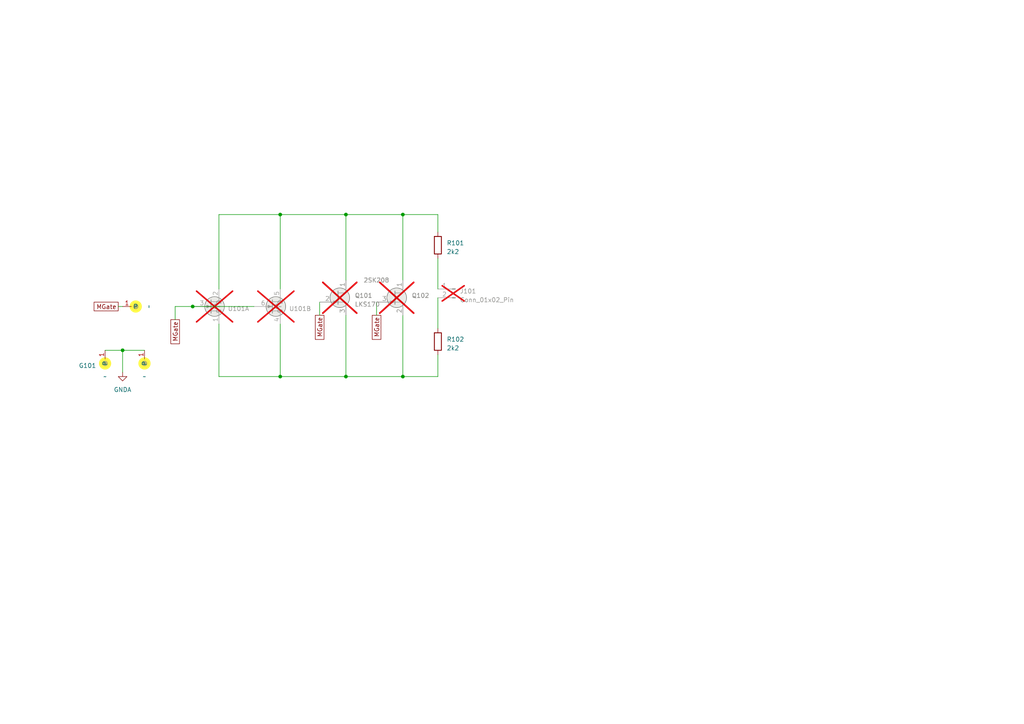
<source format=kicad_sch>
(kicad_sch (version 20230121) (generator eeschema)

  (uuid 58ebe9db-660a-4c45-b616-c187afc2c66e)

  (paper "A4")

  (lib_symbols
    (symbol "Connector:Conn_01x02_Pin" (pin_names (offset 1.016) hide) (in_bom yes) (on_board yes)
      (property "Reference" "J" (at 0 2.54 0)
        (effects (font (size 1.27 1.27)))
      )
      (property "Value" "Conn_01x02_Pin" (at 0 -5.08 0)
        (effects (font (size 1.27 1.27)))
      )
      (property "Footprint" "" (at 0 0 0)
        (effects (font (size 1.27 1.27)) hide)
      )
      (property "Datasheet" "~" (at 0 0 0)
        (effects (font (size 1.27 1.27)) hide)
      )
      (property "ki_locked" "" (at 0 0 0)
        (effects (font (size 1.27 1.27)))
      )
      (property "ki_keywords" "connector" (at 0 0 0)
        (effects (font (size 1.27 1.27)) hide)
      )
      (property "ki_description" "Generic connector, single row, 01x02, script generated" (at 0 0 0)
        (effects (font (size 1.27 1.27)) hide)
      )
      (property "ki_fp_filters" "Connector*:*_1x??_*" (at 0 0 0)
        (effects (font (size 1.27 1.27)) hide)
      )
      (symbol "Conn_01x02_Pin_1_1"
        (polyline
          (pts
            (xy 1.27 -2.54)
            (xy 0.8636 -2.54)
          )
          (stroke (width 0.1524) (type default))
          (fill (type none))
        )
        (polyline
          (pts
            (xy 1.27 0)
            (xy 0.8636 0)
          )
          (stroke (width 0.1524) (type default))
          (fill (type none))
        )
        (rectangle (start 0.8636 -2.413) (end 0 -2.667)
          (stroke (width 0.1524) (type default))
          (fill (type outline))
        )
        (rectangle (start 0.8636 0.127) (end 0 -0.127)
          (stroke (width 0.1524) (type default))
          (fill (type outline))
        )
        (pin passive line (at 5.08 0 180) (length 3.81)
          (name "Pin_1" (effects (font (size 1.27 1.27))))
          (number "1" (effects (font (size 1.27 1.27))))
        )
        (pin passive line (at 5.08 -2.54 180) (length 3.81)
          (name "Pin_2" (effects (font (size 1.27 1.27))))
          (number "2" (effects (font (size 1.27 1.27))))
        )
      )
    )
    (symbol "Connector:Through_Hole_Pad" (in_bom yes) (on_board yes)
      (property "Reference" "Pad" (at 0 -3.81 0)
        (effects (font (size 1.27 1.27)))
      )
      (property "Value" "" (at 0 -3.81 0)
        (effects (font (size 1.27 1.27)))
      )
      (property "Footprint" "" (at 0 -3.81 0)
        (effects (font (size 1.27 1.27)) hide)
      )
      (property "Datasheet" "" (at 0 -3.81 0)
        (effects (font (size 1.27 1.27)) hide)
      )
      (symbol "Through_Hole_Pad_0_1"
        (circle (center 0 0) (radius 1.27)
          (stroke (width 1) (type default) (color 255 246 68 0.54))
          (fill (type color) (color 132 130 3 0.59))
        )
        (circle (center 0 1.27) (radius 0.0001)
          (stroke (width 0) (type default))
          (fill (type none))
        )
      )
      (symbol "Through_Hole_Pad_1_1"
        (pin passive line (at 0 3.81 270) (length 2.54)
          (name "P" (effects (font (size 1.27 1.27))))
          (number "1" (effects (font (size 1.27 1.27))))
          (alternate "Vcc" power_in line)
        )
      )
    )
    (symbol "Device:R" (pin_numbers hide) (pin_names (offset 0)) (in_bom yes) (on_board yes)
      (property "Reference" "R" (at 2.032 0 90)
        (effects (font (size 1.27 1.27)))
      )
      (property "Value" "R" (at 0 0 90)
        (effects (font (size 1.27 1.27)))
      )
      (property "Footprint" "" (at -1.778 0 90)
        (effects (font (size 1.27 1.27)) hide)
      )
      (property "Datasheet" "~" (at 0 0 0)
        (effects (font (size 1.27 1.27)) hide)
      )
      (property "ki_keywords" "R res resistor" (at 0 0 0)
        (effects (font (size 1.27 1.27)) hide)
      )
      (property "ki_description" "Resistor" (at 0 0 0)
        (effects (font (size 1.27 1.27)) hide)
      )
      (property "ki_fp_filters" "R_*" (at 0 0 0)
        (effects (font (size 1.27 1.27)) hide)
      )
      (symbol "R_0_1"
        (rectangle (start -1.016 -2.54) (end 1.016 2.54)
          (stroke (width 0.254) (type default))
          (fill (type none))
        )
      )
      (symbol "R_1_1"
        (pin passive line (at 0 3.81 270) (length 1.27)
          (name "~" (effects (font (size 1.27 1.27))))
          (number "1" (effects (font (size 1.27 1.27))))
        )
        (pin passive line (at 0 -3.81 90) (length 1.27)
          (name "~" (effects (font (size 1.27 1.27))))
          (number "2" (effects (font (size 1.27 1.27))))
        )
      )
    )
    (symbol "PCM_4ms_Power-symbol:GNDA" (power) (pin_numbers hide) (pin_names (offset 0) hide) (in_bom yes) (on_board yes)
      (property "Reference" "#PWR" (at 0 -6.35 0)
        (effects (font (size 1.27 1.27)) hide)
      )
      (property "Value" "GNDA" (at 0 -3.81 0)
        (effects (font (size 1.27 1.27)))
      )
      (property "Footprint" "" (at 0 0 0)
        (effects (font (size 1.27 1.27)) hide)
      )
      (property "Datasheet" "" (at 0 0 0)
        (effects (font (size 1.27 1.27)) hide)
      )
      (property "ki_keywords" "Power Flag Symbol" (at 0 0 0)
        (effects (font (size 1.27 1.27)) hide)
      )
      (property "ki_description" "(analog) ground power-flag symbol" (at 0 0 0)
        (effects (font (size 1.27 1.27)) hide)
      )
      (symbol "GNDA_0_1"
        (polyline
          (pts
            (xy 0 0)
            (xy 0 -1.27)
            (xy 1.27 -1.27)
            (xy 0 -2.54)
            (xy -1.27 -1.27)
            (xy 0 -1.27)
          )
          (stroke (width 0) (type default))
          (fill (type none))
        )
      )
      (symbol "GNDA_1_1"
        (pin power_in line (at 0 0 270) (length 0) hide
          (name "GNDA" (effects (font (size 1.27 1.27))))
          (number "1" (effects (font (size 1.27 1.27))))
        )
      )
    )
    (symbol "PCM_Transistor_JFET_AKL:2SK208" (pin_names hide) (in_bom yes) (on_board yes)
      (property "Reference" "Q" (at 5.08 1.27 0)
        (effects (font (size 1.27 1.27)) (justify left))
      )
      (property "Value" "2SK208" (at 5.08 -1.27 0)
        (effects (font (size 1.27 1.27)) (justify left))
      )
      (property "Footprint" "Package_TO_SOT_SMD_AKL:SC-59" (at 5.08 2.54 0)
        (effects (font (size 1.27 1.27)) hide)
      )
      (property "Datasheet" "https://www.tme.eu/Document/e2c22150b27da4a886781830db8e724d/2SK208.pdf" (at 0 -1.27 0)
        (effects (font (size 1.27 1.27)) hide)
      )
      (property "ki_keywords" "jfet njfet n-jfet 2SK208" (at 0 0 0)
        (effects (font (size 1.27 1.27)) hide)
      )
      (property "ki_description" "SC-59 N-JFET transistor, 50V, 0.3mA, 100mW, Alternate KiCAD Library" (at 0 0 0)
        (effects (font (size 1.27 1.27)) hide)
      )
      (symbol "2SK208_0_1"
        (polyline
          (pts
            (xy -0.127 -1.27)
            (xy 0.381 -1.27)
          )
          (stroke (width 0) (type default))
          (fill (type none))
        )
        (polyline
          (pts
            (xy 0.254 1.905)
            (xy 0.254 -1.905)
            (xy 0.254 -1.905)
          )
          (stroke (width 0.254) (type default))
          (fill (type none))
        )
        (polyline
          (pts
            (xy 2.54 -2.54)
            (xy 2.54 -1.27)
            (xy 0.254 -1.27)
          )
          (stroke (width 0) (type default))
          (fill (type none))
        )
        (polyline
          (pts
            (xy 2.54 2.54)
            (xy 2.54 1.397)
            (xy 0.254 1.397)
          )
          (stroke (width 0) (type default))
          (fill (type none))
        )
        (polyline
          (pts
            (xy 0 -1.27)
            (xy -1.016 -0.889)
            (xy -1.016 -1.651)
            (xy 0 -1.27)
          )
          (stroke (width 0) (type default))
          (fill (type outline))
        )
        (circle (center 0.762 0) (radius 2.8194)
          (stroke (width 0.254) (type default))
          (fill (type background))
        )
      )
      (symbol "2SK208_1_1"
        (pin passive line (at 2.54 5.08 270) (length 2.54)
          (name "D" (effects (font (size 1.27 1.27))))
          (number "1" (effects (font (size 1.27 1.27))))
        )
        (pin passive line (at 2.54 -5.08 90) (length 2.54)
          (name "S" (effects (font (size 1.27 1.27))))
          (number "2" (effects (font (size 1.27 1.27))))
        )
        (pin input line (at -5.08 -1.27 0) (length 4.4958)
          (name "G" (effects (font (size 1.27 1.27))))
          (number "3" (effects (font (size 1.27 1.27))))
        )
      )
    )
    (symbol "PCM_Transistor_JFET_AKL:Q_NJFET_generic_DGS" (pin_names hide) (in_bom yes) (on_board yes)
      (property "Reference" "Q" (at 5.08 1.27 0)
        (effects (font (size 1.27 1.27)) (justify left))
      )
      (property "Value" "Q_NJFET_generic_DGS" (at 5.08 -1.27 0)
        (effects (font (size 1.27 1.27)) (justify left))
      )
      (property "Footprint" "" (at 5.08 2.54 0)
        (effects (font (size 1.27 1.27)) hide)
      )
      (property "Datasheet" "~" (at 0 -1.27 0)
        (effects (font (size 1.27 1.27)) hide)
      )
      (property "ki_keywords" "jfet njfet n-jfet generic generic" (at 0 0 0)
        (effects (font (size 1.27 1.27)) hide)
      )
      (property "ki_description" "N-JFET transistor, generic symbol, Alternate KiCAD Library" (at 0 0 0)
        (effects (font (size 1.27 1.27)) hide)
      )
      (symbol "Q_NJFET_generic_DGS_0_1"
        (polyline
          (pts
            (xy -0.127 -1.27)
            (xy 0.508 -1.27)
          )
          (stroke (width 0) (type default))
          (fill (type none))
        )
        (polyline
          (pts
            (xy 0.254 1.905)
            (xy 0.254 -1.905)
            (xy 0.254 -1.905)
          )
          (stroke (width 0.254) (type default))
          (fill (type none))
        )
        (polyline
          (pts
            (xy 2.54 -2.54)
            (xy 2.54 -1.27)
            (xy 0.254 -1.27)
          )
          (stroke (width 0) (type default))
          (fill (type none))
        )
        (polyline
          (pts
            (xy 2.54 2.54)
            (xy 2.54 1.397)
            (xy 0.254 1.397)
          )
          (stroke (width 0) (type default))
          (fill (type none))
        )
        (polyline
          (pts
            (xy 0 -1.27)
            (xy -1.016 -0.889)
            (xy -1.016 -1.651)
            (xy 0 -1.27)
          )
          (stroke (width 0) (type default))
          (fill (type outline))
        )
        (circle (center 0.762 0) (radius 2.8194)
          (stroke (width 0.254) (type default))
          (fill (type background))
        )
      )
      (symbol "Q_NJFET_generic_DGS_1_1"
        (pin passive line (at 2.54 5.08 270) (length 2.54)
          (name "D" (effects (font (size 1.27 1.27))))
          (number "1" (effects (font (size 1.27 1.27))))
        )
        (pin input line (at -5.08 -1.27 0) (length 4.4958)
          (name "G" (effects (font (size 1.27 1.27))))
          (number "2" (effects (font (size 1.27 1.27))))
        )
        (pin passive line (at 2.54 -5.08 90) (length 2.54)
          (name "S" (effects (font (size 1.27 1.27))))
          (number "3" (effects (font (size 1.27 1.27))))
        )
      )
    )
    (symbol "trannie-array:LS398M" (in_bom yes) (on_board yes)
      (property "Reference" "U" (at 0 0 0)
        (effects (font (size 1.27 1.27)))
      )
      (property "Value" "" (at 0 0 0)
        (effects (font (size 1.27 1.27)))
      )
      (property "Footprint" "Trannies:to71" (at 0 0 0)
        (effects (font (size 1.27 1.27)) hide)
      )
      (property "Datasheet" "" (at 0 0 0)
        (effects (font (size 1.27 1.27)) hide)
      )
      (property "ki_locked" "" (at 0 0 0)
        (effects (font (size 1.27 1.27)))
      )
      (symbol "LS398M_0_1"
        (circle (center -1.27 0) (radius 2.8194)
          (stroke (width 0.254) (type default))
          (fill (type background))
        )
        (polyline
          (pts
            (xy -2.286 1.905)
            (xy -2.286 -1.905)
            (xy -2.286 -1.905)
          )
          (stroke (width 0.254) (type default))
          (fill (type none))
        )
        (polyline
          (pts
            (xy 0 -2.54)
            (xy 0 -1.27)
            (xy -2.286 -1.27)
          )
          (stroke (width 0) (type default))
          (fill (type none))
        )
        (polyline
          (pts
            (xy 0 2.54)
            (xy 0 1.397)
            (xy -2.286 1.397)
          )
          (stroke (width 0) (type default))
          (fill (type none))
        )
        (polyline
          (pts
            (xy -2.54 0)
            (xy -3.556 0.381)
            (xy -3.556 -0.381)
            (xy -2.54 0)
          )
          (stroke (width 0) (type default))
          (fill (type outline))
        )
      )
      (symbol "LS398M_1_1"
        (pin passive line (at 0 -5.08 90) (length 2.54)
          (name "S" (effects (font (size 1.27 1.27))))
          (number "1" (effects (font (size 1.27 1.27))))
        )
        (pin passive line (at 0 5.08 270) (length 2.54)
          (name "D" (effects (font (size 1.27 1.27))))
          (number "2" (effects (font (size 1.27 1.27))))
        )
        (pin input line (at -7.62 0 0) (length 5.334)
          (name "G" (effects (font (size 1.27 1.27))))
          (number "3" (effects (font (size 1.27 1.27))))
        )
      )
      (symbol "LS398M_2_1"
        (pin passive line (at 0 -5.08 90) (length 2.54)
          (name "S" (effects (font (size 1.27 1.27))))
          (number "4" (effects (font (size 1.27 1.27))))
        )
        (pin passive line (at 0 5.08 270) (length 2.54)
          (name "D" (effects (font (size 1.27 1.27))))
          (number "5" (effects (font (size 1.27 1.27))))
        )
        (pin input line (at -7.62 0 0) (length 5.334)
          (name "G" (effects (font (size 1.27 1.27))))
          (number "6" (effects (font (size 1.27 1.27))))
        )
      )
    )
  )

  (junction (at 81.28 62.23) (diameter 0) (color 0 0 0 0)
    (uuid 0efe10b1-306a-4f9b-93a0-f68638265f9b)
  )
  (junction (at 81.28 109.22) (diameter 0) (color 0 0 0 0)
    (uuid 3c741838-f071-4900-a96b-81cde21b8813)
  )
  (junction (at 100.33 62.23) (diameter 0) (color 0 0 0 0)
    (uuid 587cae41-f899-46aa-bbea-1c537c1b16ff)
  )
  (junction (at 35.56 101.6) (diameter 0) (color 0 0 0 0)
    (uuid 731aa18c-c0e6-442c-a157-793e1fed5697)
  )
  (junction (at 100.33 109.22) (diameter 0) (color 0 0 0 0)
    (uuid 8e435964-07df-4ad7-9a2d-cfdc1ce5196d)
  )
  (junction (at 116.84 62.23) (diameter 0) (color 0 0 0 0)
    (uuid 8fc14b7c-1447-4de6-82ff-69ec9196425d)
  )
  (junction (at 55.88 88.9) (diameter 0) (color 0 0 0 0)
    (uuid c7d3acb7-bff0-40ed-b80e-8bcfacdd869a)
  )
  (junction (at 116.84 109.22) (diameter 0) (color 0 0 0 0)
    (uuid d10758ee-6810-4908-88e1-2c2736d35485)
  )

  (wire (pts (xy 116.84 109.22) (xy 127 109.22))
    (stroke (width 0) (type default))
    (uuid 17946d65-a38a-4300-8eef-295b02ae4707)
  )
  (wire (pts (xy 127 74.93) (xy 127 83.82))
    (stroke (width 0) (type default))
    (uuid 193a8e3a-0bea-49d6-bc08-b58458986438)
  )
  (wire (pts (xy 92.71 91.44) (xy 92.71 87.63))
    (stroke (width 0) (type default))
    (uuid 19546ea3-5f20-4a18-b877-6016826191cf)
  )
  (wire (pts (xy 116.84 62.23) (xy 116.84 81.28))
    (stroke (width 0) (type default))
    (uuid 23b1e5c5-03c0-4036-8040-2e36bb8505aa)
  )
  (wire (pts (xy 35.56 88.9) (xy 34.29 88.9))
    (stroke (width 0) (type default))
    (uuid 2912a979-34aa-4051-8153-b0720cc1d2f8)
  )
  (wire (pts (xy 81.28 93.98) (xy 81.28 109.22))
    (stroke (width 0) (type default))
    (uuid 2cbf2952-5e79-4f0e-afcd-ec88e101398d)
  )
  (wire (pts (xy 100.33 109.22) (xy 116.84 109.22))
    (stroke (width 0) (type default))
    (uuid 2fcc8508-e9d0-48d1-94ce-d27254be143f)
  )
  (wire (pts (xy 63.5 62.23) (xy 81.28 62.23))
    (stroke (width 0) (type default))
    (uuid 30b215ef-c816-40b7-a471-b8fac028ab6e)
  )
  (wire (pts (xy 127 62.23) (xy 127 67.31))
    (stroke (width 0) (type default))
    (uuid 37530790-3e93-49ea-822e-f196dd05c00c)
  )
  (wire (pts (xy 127 102.87) (xy 127 109.22))
    (stroke (width 0) (type default))
    (uuid 39ae9c98-8c20-4c49-938d-69a3eba0134c)
  )
  (wire (pts (xy 63.5 109.22) (xy 81.28 109.22))
    (stroke (width 0) (type default))
    (uuid 4d7bb6e7-62ba-4c17-ab72-e374848eaa0c)
  )
  (wire (pts (xy 116.84 91.44) (xy 116.84 109.22))
    (stroke (width 0) (type default))
    (uuid 553f3c00-c663-4dbc-93d5-5f1773f0f4db)
  )
  (wire (pts (xy 55.88 88.9) (xy 73.66 88.9))
    (stroke (width 0) (type default))
    (uuid 5b2f42fd-4d7c-40a9-9f9b-d21f120e236d)
  )
  (wire (pts (xy 109.22 91.44) (xy 109.22 87.63))
    (stroke (width 0) (type default))
    (uuid 60cb7515-e210-484c-bb6d-8d725b71d0a3)
  )
  (wire (pts (xy 81.28 62.23) (xy 100.33 62.23))
    (stroke (width 0) (type default))
    (uuid 6352e842-9e12-48a7-a8bf-e6996a3f4c9e)
  )
  (wire (pts (xy 63.5 83.82) (xy 63.5 62.23))
    (stroke (width 0) (type default))
    (uuid 68aabdec-91c1-45e5-b584-4e9790a3eb42)
  )
  (wire (pts (xy 81.28 109.22) (xy 100.33 109.22))
    (stroke (width 0) (type default))
    (uuid 83cee2fa-f827-4b57-9230-10760e207de7)
  )
  (wire (pts (xy 100.33 62.23) (xy 100.33 81.28))
    (stroke (width 0) (type default))
    (uuid 853a25e0-6739-490b-8ecb-5c68d32dc88b)
  )
  (wire (pts (xy 127 86.36) (xy 127 95.25))
    (stroke (width 0) (type default))
    (uuid 914afebc-bf18-49ff-9974-95aec88fc8b5)
  )
  (wire (pts (xy 30.48 101.6) (xy 35.56 101.6))
    (stroke (width 0) (type default))
    (uuid 91de4811-26fc-4cf6-9220-55e03660061c)
  )
  (wire (pts (xy 63.5 93.98) (xy 63.5 109.22))
    (stroke (width 0) (type default))
    (uuid ae4f638d-408c-4ae9-8985-ddb3cc091ba4)
  )
  (wire (pts (xy 35.56 107.95) (xy 35.56 101.6))
    (stroke (width 0) (type default))
    (uuid af8c1b53-20ed-4597-898d-474fc1288900)
  )
  (wire (pts (xy 116.84 62.23) (xy 127 62.23))
    (stroke (width 0) (type default))
    (uuid b9c6662b-295f-4c42-b30f-7048da3accf7)
  )
  (wire (pts (xy 50.8 88.9) (xy 55.88 88.9))
    (stroke (width 0) (type default))
    (uuid c1113f2e-0e74-4ad3-b553-a32f1a88f0ed)
  )
  (wire (pts (xy 35.56 101.6) (xy 41.91 101.6))
    (stroke (width 0) (type default))
    (uuid c3de1269-1245-4f08-8f6e-36d6b2531599)
  )
  (wire (pts (xy 50.8 92.71) (xy 50.8 88.9))
    (stroke (width 0) (type default))
    (uuid c571ae3d-abab-4643-98d5-1bb9bf6803d1)
  )
  (wire (pts (xy 81.28 62.23) (xy 81.28 83.82))
    (stroke (width 0) (type default))
    (uuid ef41f00f-a0d9-4d8e-a686-70624e0c02cc)
  )
  (wire (pts (xy 100.33 62.23) (xy 116.84 62.23))
    (stroke (width 0) (type default))
    (uuid f26b3adf-4b23-4bda-9d55-88744ae44d2e)
  )
  (wire (pts (xy 100.33 91.44) (xy 100.33 109.22))
    (stroke (width 0) (type default))
    (uuid f89797c9-37e7-45a6-b948-56802753a5f6)
  )

  (global_label "MGate" (shape passive) (at 92.71 91.44 270) (fields_autoplaced)
    (effects (font (size 1.27 1.27)) (justify right))
    (uuid 68f30d14-05fd-4aad-ab72-39df0d99f07e)
    (property "Intersheetrefs" "${INTERSHEET_REFS}" (at 92.71 98.9192 90)
      (effects (font (size 1.27 1.27)) (justify right) hide)
    )
  )
  (global_label "MGate" (shape passive) (at 50.8 92.71 270) (fields_autoplaced)
    (effects (font (size 1.27 1.27)) (justify right))
    (uuid af94b175-6e6b-4761-9b8d-fcc536c856a1)
    (property "Intersheetrefs" "${INTERSHEET_REFS}" (at 50.8 100.1892 90)
      (effects (font (size 1.27 1.27)) (justify right) hide)
    )
  )
  (global_label "MGate" (shape passive) (at 34.29 88.9 180) (fields_autoplaced)
    (effects (font (size 1.27 1.27)) (justify right))
    (uuid b5ad5187-2376-40f3-86bf-1f1c4a526fc3)
    (property "Intersheetrefs" "${INTERSHEET_REFS}" (at 26.8108 88.9 0)
      (effects (font (size 1.27 1.27)) (justify right) hide)
    )
  )
  (global_label "MGate" (shape passive) (at 109.22 91.44 270) (fields_autoplaced)
    (effects (font (size 1.27 1.27)) (justify right))
    (uuid f5ef4c1e-4050-41a9-99b5-0aefd25363d7)
    (property "Intersheetrefs" "${INTERSHEET_REFS}" (at 109.22 98.9192 90)
      (effects (font (size 1.27 1.27)) (justify right) hide)
    )
  )

  (symbol (lib_id "Connector:Through_Hole_Pad") (at 41.91 105.41 0) (unit 1)
    (in_bom no) (on_board yes) (dnp no) (fields_autoplaced)
    (uuid 0a87cc0e-c224-4287-937d-52afb566a3af)
    (property "Reference" "G2" (at 44.45 106.045 0)
      (effects (font (size 1.27 1.27)) (justify left) hide)
    )
    (property "Value" "~" (at 41.91 109.22 0)
      (effects (font (size 1.27 1.27)))
    )
    (property "Footprint" "MountingHole:MountingHole_2.2mm_M2_Pad_Via" (at 41.91 109.22 0)
      (effects (font (size 1.27 1.27)) hide)
    )
    (property "Datasheet" "" (at 41.91 109.22 0)
      (effects (font (size 1.27 1.27)) hide)
    )
    (property "Sim.Enable" "0" (at 41.91 105.41 0)
      (effects (font (size 1.27 1.27)) hide)
    )
    (pin "1" (uuid f98ad39e-5dc0-4b68-bd49-c7c9d519b30f))
    (instances
      (project "Hydra Heads"
        (path "/0f5d8240-0ba9-4ea4-bf6b-b5e9885b4b95"
          (reference "G2") (unit 1)
        )
        (path "/0f5d8240-0ba9-4ea4-bf6b-b5e9885b4b95/599b1dd7-363e-4495-9aad-103f82059cf5"
          (reference "G4") (unit 1)
        )
        (path "/0f5d8240-0ba9-4ea4-bf6b-b5e9885b4b95/e56708f2-a2e4-4228-a3c0-5e662d170778"
          (reference "G302") (unit 1)
        )
        (path "/0f5d8240-0ba9-4ea4-bf6b-b5e9885b4b95/0103c7cc-752c-4edd-9949-0e3c297d4f74"
          (reference "G902") (unit 1)
        )
      )
      (project "PerksSpecial"
        (path "/58ebe9db-660a-4c45-b616-c187afc2c66e"
          (reference "G102") (unit 1)
        )
      )
      (project "CerberusV4"
        (path "/a3a0cfdc-b3f6-4497-a86e-dc651e5ec528"
          (reference "G?") (unit 1)
        )
      )
      (project "BME Fitting"
        (path "/ca6c471f-7621-449d-a460-4533735771c6/599b1dd7-363e-4495-9aad-103f82059cf5"
          (reference "G2") (unit 1)
        )
      )
    )
  )

  (symbol (lib_id "PCM_4ms_Power-symbol:GNDA") (at 35.56 107.95 0) (unit 1)
    (in_bom yes) (on_board yes) (dnp no) (fields_autoplaced)
    (uuid 0d6532c4-fd9f-4965-a0dc-f6138c5c3130)
    (property "Reference" "#PWR02" (at 35.56 114.3 0)
      (effects (font (size 1.27 1.27)) hide)
    )
    (property "Value" "GNDA" (at 35.56 113.03 0)
      (effects (font (size 1.27 1.27)))
    )
    (property "Footprint" "" (at 35.56 107.95 0)
      (effects (font (size 1.27 1.27)) hide)
    )
    (property "Datasheet" "" (at 35.56 107.95 0)
      (effects (font (size 1.27 1.27)) hide)
    )
    (pin "1" (uuid 1749d672-4981-4311-bbf7-ac86388507d7))
    (instances
      (project "Hydra Heads"
        (path "/0f5d8240-0ba9-4ea4-bf6b-b5e9885b4b95"
          (reference "#PWR02") (unit 1)
        )
        (path "/0f5d8240-0ba9-4ea4-bf6b-b5e9885b4b95/599b1dd7-363e-4495-9aad-103f82059cf5"
          (reference "#PWR04") (unit 1)
        )
        (path "/0f5d8240-0ba9-4ea4-bf6b-b5e9885b4b95/e56708f2-a2e4-4228-a3c0-5e662d170778"
          (reference "#PWR0301") (unit 1)
        )
        (path "/0f5d8240-0ba9-4ea4-bf6b-b5e9885b4b95/0103c7cc-752c-4edd-9949-0e3c297d4f74"
          (reference "#PWR0901") (unit 1)
        )
      )
      (project "PerksSpecial"
        (path "/58ebe9db-660a-4c45-b616-c187afc2c66e"
          (reference "#PWR0101") (unit 1)
        )
      )
      (project "BME Fitting"
        (path "/ca6c471f-7621-449d-a460-4533735771c6/599b1dd7-363e-4495-9aad-103f82059cf5"
          (reference "#PWR02") (unit 1)
        )
      )
    )
  )

  (symbol (lib_id "PCM_Transistor_JFET_AKL:2SK208") (at 114.3 86.36 0) (unit 1)
    (in_bom no) (on_board yes) (dnp yes)
    (uuid 41f1872c-6232-4a73-92cb-f83b162e4e08)
    (property "Reference" "Q302" (at 119.38 85.725 0)
      (effects (font (size 1.27 1.27)) (justify left))
    )
    (property "Value" "2SK208" (at 105.41 81.28 0)
      (effects (font (size 1.27 1.27)) (justify left))
    )
    (property "Footprint" "Package_TO_SOT_THT:TO-92L_Inline_Wide" (at 119.38 83.82 0)
      (effects (font (size 1.27 1.27)) hide)
    )
    (property "Datasheet" "https://www.tme.eu/Document/e2c22150b27da4a886781830db8e724d/2SK208.pdf" (at 114.3 87.63 0)
      (effects (font (size 1.27 1.27)) hide)
    )
    (property "JLCPCB Part #" "C2999170" (at 114.3 86.36 0)
      (effects (font (size 1.27 1.27)) hide)
    )
    (pin "1" (uuid bde0a88d-fbe6-4405-be76-922f30f81b1a))
    (pin "2" (uuid 6b7365ff-fa5b-4e14-b622-fe0b39a36a9f))
    (pin "3" (uuid 55b23a69-a7c2-475a-89dd-641bb0450786))
    (instances
      (project "Hydra Heads"
        (path "/0f5d8240-0ba9-4ea4-bf6b-b5e9885b4b95/e56708f2-a2e4-4228-a3c0-5e662d170778"
          (reference "Q302") (unit 1)
        )
        (path "/0f5d8240-0ba9-4ea4-bf6b-b5e9885b4b95/599b1dd7-363e-4495-9aad-103f82059cf5"
          (reference "Q3") (unit 1)
        )
        (path "/0f5d8240-0ba9-4ea4-bf6b-b5e9885b4b95/30a4eb0f-707f-479a-8665-374501e41bf9"
          (reference "Q705") (unit 1)
        )
        (path "/0f5d8240-0ba9-4ea4-bf6b-b5e9885b4b95/0103c7cc-752c-4edd-9949-0e3c297d4f74"
          (reference "Q902") (unit 1)
        )
      )
      (project "PerksSpecial"
        (path "/58ebe9db-660a-4c45-b616-c187afc2c66e"
          (reference "Q102") (unit 1)
        )
      )
      (project "BME Fitting"
        (path "/ca6c471f-7621-449d-a460-4533735771c6/599b1dd7-363e-4495-9aad-103f82059cf5"
          (reference "Q302") (unit 1)
        )
      )
    )
  )

  (symbol (lib_id "trannie-array:LS398M") (at 81.28 88.9 0) (unit 2)
    (in_bom no) (on_board yes) (dnp yes) (fields_autoplaced)
    (uuid 62a09c09-36d1-4f9e-8c2e-5e3a0dc17b5d)
    (property "Reference" "U1" (at 83.82 89.535 0)
      (effects (font (size 1.27 1.27)) (justify left))
    )
    (property "Value" "~" (at 81.28 88.9 0)
      (effects (font (size 1.27 1.27)))
    )
    (property "Footprint" "Trannies:to71" (at 81.28 88.9 0)
      (effects (font (size 1.27 1.27)) hide)
    )
    (property "Datasheet" "" (at 81.28 88.9 0)
      (effects (font (size 1.27 1.27)) hide)
    )
    (property "JLCPCB Part #" "" (at 81.28 88.9 0)
      (effects (font (size 1.27 1.27)) hide)
    )
    (pin "1" (uuid 7d3f4df2-8d75-4aff-8277-518b212dcf83))
    (pin "2" (uuid 8ba9c4f5-c80c-4e6c-8f8e-9bbef042045c))
    (pin "3" (uuid 9dcfa3e2-cd41-4815-8aa5-8ba4b439a64d))
    (pin "4" (uuid 117dc741-3e6a-49d3-9025-5e20fcf5a007))
    (pin "5" (uuid 85bc2385-0f2f-42e3-b43b-ec47d78e06ff))
    (pin "6" (uuid b303449f-5fa3-4ec6-8047-218ec9e03127))
    (instances
      (project "Hydra Heads"
        (path "/0f5d8240-0ba9-4ea4-bf6b-b5e9885b4b95"
          (reference "U1") (unit 2)
        )
        (path "/0f5d8240-0ba9-4ea4-bf6b-b5e9885b4b95/0103c7cc-752c-4edd-9949-0e3c297d4f74"
          (reference "U901") (unit 2)
        )
      )
      (project "PerksSpecial"
        (path "/58ebe9db-660a-4c45-b616-c187afc2c66e"
          (reference "U101") (unit 2)
        )
      )
    )
  )

  (symbol (lib_id "trannie-array:LS398M") (at 63.5 88.9 0) (unit 1)
    (in_bom no) (on_board yes) (dnp yes) (fields_autoplaced)
    (uuid a7391309-6d71-40e6-b6a4-91b797b49763)
    (property "Reference" "U1" (at 66.04 89.535 0)
      (effects (font (size 1.27 1.27)) (justify left))
    )
    (property "Value" "~" (at 63.5 88.9 0)
      (effects (font (size 1.27 1.27)))
    )
    (property "Footprint" "Trannies:to71" (at 63.5 88.9 0)
      (effects (font (size 1.27 1.27)) hide)
    )
    (property "Datasheet" "" (at 63.5 88.9 0)
      (effects (font (size 1.27 1.27)) hide)
    )
    (property "JLCPCB Part #" "" (at 63.5 88.9 0)
      (effects (font (size 1.27 1.27)) hide)
    )
    (pin "1" (uuid 11424da8-7091-488f-93ef-0020b35b3602))
    (pin "2" (uuid c5db62d3-65ab-4c21-8597-876885c46ab1))
    (pin "3" (uuid e9285eb2-3124-45cf-a10c-5c7df3350b4a))
    (pin "4" (uuid 7ab49eb6-88b1-4e41-94e5-0e15ab7182c1))
    (pin "5" (uuid 5a34d145-76c8-42ba-bc11-e1e5d2ade235))
    (pin "6" (uuid cd2fc5ca-cb17-44e2-88df-5af9abbe9ba8))
    (instances
      (project "Hydra Heads"
        (path "/0f5d8240-0ba9-4ea4-bf6b-b5e9885b4b95"
          (reference "U1") (unit 1)
        )
        (path "/0f5d8240-0ba9-4ea4-bf6b-b5e9885b4b95/0103c7cc-752c-4edd-9949-0e3c297d4f74"
          (reference "U901") (unit 1)
        )
      )
      (project "PerksSpecial"
        (path "/58ebe9db-660a-4c45-b616-c187afc2c66e"
          (reference "U101") (unit 1)
        )
      )
    )
  )

  (symbol (lib_id "Device:R") (at 127 71.12 0) (unit 1)
    (in_bom yes) (on_board yes) (dnp no) (fields_autoplaced)
    (uuid b2055c30-df78-439e-b74a-9c41f0032699)
    (property "Reference" "R4" (at 129.54 70.485 0)
      (effects (font (size 1.27 1.27)) (justify left))
    )
    (property "Value" "2k2" (at 129.54 73.025 0)
      (effects (font (size 1.27 1.27)) (justify left))
    )
    (property "Footprint" "Resistor_SMD:R_0402_1005Metric" (at 125.222 71.12 90)
      (effects (font (size 1.27 1.27)) hide)
    )
    (property "Datasheet" "~" (at 127 71.12 0)
      (effects (font (size 1.27 1.27)) hide)
    )
    (property "JLCPCB Part #" "" (at 127 71.12 0)
      (effects (font (size 1.27 1.27)) hide)
    )
    (pin "1" (uuid 6c8cdd7e-e89c-41e1-9ad8-9ef0a8e75a42))
    (pin "2" (uuid 401421d1-b909-4966-8d3d-964760617dd5))
    (instances
      (project "Hydra Heads"
        (path "/0f5d8240-0ba9-4ea4-bf6b-b5e9885b4b95"
          (reference "R4") (unit 1)
        )
        (path "/0f5d8240-0ba9-4ea4-bf6b-b5e9885b4b95/599b1dd7-363e-4495-9aad-103f82059cf5"
          (reference "R6") (unit 1)
        )
        (path "/0f5d8240-0ba9-4ea4-bf6b-b5e9885b4b95/e56708f2-a2e4-4228-a3c0-5e662d170778"
          (reference "R301") (unit 1)
        )
        (path "/0f5d8240-0ba9-4ea4-bf6b-b5e9885b4b95/0103c7cc-752c-4edd-9949-0e3c297d4f74"
          (reference "R902") (unit 1)
        )
      )
      (project "PerksSpecial"
        (path "/58ebe9db-660a-4c45-b616-c187afc2c66e"
          (reference "R101") (unit 1)
        )
      )
      (project "CerberusV4"
        (path "/a3a0cfdc-b3f6-4497-a86e-dc651e5ec528"
          (reference "R?") (unit 1)
        )
      )
      (project "BME Fitting"
        (path "/ca6c471f-7621-449d-a460-4533735771c6/599b1dd7-363e-4495-9aad-103f82059cf5"
          (reference "R4") (unit 1)
        )
      )
    )
  )

  (symbol (lib_id "Connector:Conn_01x02_Pin") (at 132.08 83.82 0) (mirror y) (unit 1)
    (in_bom no) (on_board yes) (dnp yes) (fields_autoplaced)
    (uuid bded6ada-c1f9-4f74-bbab-89e3ae088256)
    (property "Reference" "J501" (at 133.35 84.455 0)
      (effects (font (size 1.27 1.27)) (justify right))
    )
    (property "Value" "Conn_01x02_Pin" (at 133.35 86.995 0)
      (effects (font (size 1.27 1.27)) (justify right))
    )
    (property "Footprint" "Connector_PinHeader_2.54mm:PinHeader_1x02_P2.54mm_Vertical" (at 132.08 83.82 0)
      (effects (font (size 1.27 1.27)) hide)
    )
    (property "Datasheet" "~" (at 132.08 83.82 0)
      (effects (font (size 1.27 1.27)) hide)
    )
    (property "JLCPCB Part #" "" (at 132.08 83.82 0)
      (effects (font (size 1.27 1.27)) hide)
    )
    (pin "1" (uuid 7dd66a1f-0ad6-4956-8390-90ec4322ed72))
    (pin "2" (uuid 22857262-6b74-41be-a1e9-5633cb8dc6ef))
    (instances
      (project "Hydra Heads"
        (path "/0f5d8240-0ba9-4ea4-bf6b-b5e9885b4b95/c903438c-eb60-4397-9a55-490151424d83"
          (reference "J501") (unit 1)
        )
        (path "/0f5d8240-0ba9-4ea4-bf6b-b5e9885b4b95/e56708f2-a2e4-4228-a3c0-5e662d170778"
          (reference "J301") (unit 1)
        )
        (path "/0f5d8240-0ba9-4ea4-bf6b-b5e9885b4b95/0103c7cc-752c-4edd-9949-0e3c297d4f74"
          (reference "J901") (unit 1)
        )
      )
      (project "PerksSpecial"
        (path "/58ebe9db-660a-4c45-b616-c187afc2c66e"
          (reference "J101") (unit 1)
        )
      )
    )
  )

  (symbol (lib_id "PCM_Transistor_JFET_AKL:Q_NJFET_generic_DGS") (at 97.79 86.36 0) (unit 1)
    (in_bom no) (on_board yes) (dnp yes) (fields_autoplaced)
    (uuid cd5f7889-6919-4509-93ff-1d598fb23f5f)
    (property "Reference" "Q301" (at 102.87 85.725 0)
      (effects (font (size 1.27 1.27)) (justify left))
    )
    (property "Value" "LKS170" (at 102.87 88.265 0)
      (effects (font (size 1.27 1.27)) (justify left))
    )
    (property "Footprint" "PCM_Package_TO_SOT_THT_AKL:TO-92_Inline_Wide" (at 102.87 83.82 0)
      (effects (font (size 1.27 1.27)) hide)
    )
    (property "Datasheet" "~" (at 97.79 87.63 0)
      (effects (font (size 1.27 1.27)) hide)
    )
    (property "JLCPCB Part #" "" (at 97.79 86.36 0)
      (effects (font (size 1.27 1.27)) hide)
    )
    (pin "1" (uuid 0c51cc3a-e2a3-467f-a083-361302e394e4))
    (pin "2" (uuid 649a90b1-d342-44d1-bd96-8d316f3d3b65))
    (pin "3" (uuid bd810ada-5795-40ab-945c-5f99234b82dc))
    (instances
      (project "Hydra Heads"
        (path "/0f5d8240-0ba9-4ea4-bf6b-b5e9885b4b95/e56708f2-a2e4-4228-a3c0-5e662d170778"
          (reference "Q301") (unit 1)
        )
        (path "/0f5d8240-0ba9-4ea4-bf6b-b5e9885b4b95/0103c7cc-752c-4edd-9949-0e3c297d4f74"
          (reference "Q901") (unit 1)
        )
      )
      (project "PerksSpecial"
        (path "/58ebe9db-660a-4c45-b616-c187afc2c66e"
          (reference "Q101") (unit 1)
        )
      )
      (project "BME Fitting"
        (path "/ca6c471f-7621-449d-a460-4533735771c6/03dd409f-d0d7-4e5f-aa6a-a276ba6f8c67"
          (reference "Q501") (unit 1)
        )
      )
    )
  )

  (symbol (lib_id "Device:R") (at 127 99.06 0) (unit 1)
    (in_bom yes) (on_board yes) (dnp no) (fields_autoplaced)
    (uuid f47fc48f-cc97-4696-bd45-8f04022dc833)
    (property "Reference" "R4" (at 129.54 98.425 0)
      (effects (font (size 1.27 1.27)) (justify left))
    )
    (property "Value" "2k2" (at 129.54 100.965 0)
      (effects (font (size 1.27 1.27)) (justify left))
    )
    (property "Footprint" "Resistor_SMD:R_0402_1005Metric" (at 125.222 99.06 90)
      (effects (font (size 1.27 1.27)) hide)
    )
    (property "Datasheet" "~" (at 127 99.06 0)
      (effects (font (size 1.27 1.27)) hide)
    )
    (property "JLCPCB Part #" "" (at 127 99.06 0)
      (effects (font (size 1.27 1.27)) hide)
    )
    (pin "1" (uuid 2853f1b6-bc2a-475d-8259-8371878e58d0))
    (pin "2" (uuid c01f379c-2ff0-4e40-97c5-dadc9535e9af))
    (instances
      (project "Hydra Heads"
        (path "/0f5d8240-0ba9-4ea4-bf6b-b5e9885b4b95"
          (reference "R4") (unit 1)
        )
        (path "/0f5d8240-0ba9-4ea4-bf6b-b5e9885b4b95/599b1dd7-363e-4495-9aad-103f82059cf5"
          (reference "R6") (unit 1)
        )
        (path "/0f5d8240-0ba9-4ea4-bf6b-b5e9885b4b95/e56708f2-a2e4-4228-a3c0-5e662d170778"
          (reference "R301") (unit 1)
        )
        (path "/0f5d8240-0ba9-4ea4-bf6b-b5e9885b4b95/0103c7cc-752c-4edd-9949-0e3c297d4f74"
          (reference "R901") (unit 1)
        )
      )
      (project "PerksSpecial"
        (path "/58ebe9db-660a-4c45-b616-c187afc2c66e"
          (reference "R102") (unit 1)
        )
      )
      (project "CerberusV4"
        (path "/a3a0cfdc-b3f6-4497-a86e-dc651e5ec528"
          (reference "R?") (unit 1)
        )
      )
      (project "BME Fitting"
        (path "/ca6c471f-7621-449d-a460-4533735771c6/599b1dd7-363e-4495-9aad-103f82059cf5"
          (reference "R4") (unit 1)
        )
      )
    )
  )

  (symbol (lib_id "Connector:Through_Hole_Pad") (at 30.48 105.41 0) (unit 1)
    (in_bom no) (on_board yes) (dnp no) (fields_autoplaced)
    (uuid fbb54965-9be9-404f-8839-fd4a4bfd2859)
    (property "Reference" "G1" (at 27.94 106.045 0)
      (effects (font (size 1.27 1.27)) (justify right))
    )
    (property "Value" "~" (at 30.48 109.22 0)
      (effects (font (size 1.27 1.27)))
    )
    (property "Footprint" "MountingHole:MountingHole_2.2mm_M2_Pad_Via" (at 30.48 109.22 0)
      (effects (font (size 1.27 1.27)) hide)
    )
    (property "Datasheet" "" (at 30.48 109.22 0)
      (effects (font (size 1.27 1.27)) hide)
    )
    (pin "1" (uuid af07af08-f341-4b0a-8532-9b2fc378a6e5))
    (instances
      (project "Hydra Heads"
        (path "/0f5d8240-0ba9-4ea4-bf6b-b5e9885b4b95"
          (reference "G1") (unit 1)
        )
        (path "/0f5d8240-0ba9-4ea4-bf6b-b5e9885b4b95/599b1dd7-363e-4495-9aad-103f82059cf5"
          (reference "G3") (unit 1)
        )
        (path "/0f5d8240-0ba9-4ea4-bf6b-b5e9885b4b95/e56708f2-a2e4-4228-a3c0-5e662d170778"
          (reference "G301") (unit 1)
        )
        (path "/0f5d8240-0ba9-4ea4-bf6b-b5e9885b4b95/0103c7cc-752c-4edd-9949-0e3c297d4f74"
          (reference "G901") (unit 1)
        )
      )
      (project "PerksSpecial"
        (path "/58ebe9db-660a-4c45-b616-c187afc2c66e"
          (reference "G101") (unit 1)
        )
      )
      (project "CerberusV4"
        (path "/a3a0cfdc-b3f6-4497-a86e-dc651e5ec528"
          (reference "G?") (unit 1)
        )
      )
      (project "BME Fitting"
        (path "/ca6c471f-7621-449d-a460-4533735771c6/599b1dd7-363e-4495-9aad-103f82059cf5"
          (reference "G1") (unit 1)
        )
      )
    )
  )

  (symbol (lib_id "Connector:Through_Hole_Pad") (at 39.37 88.9 90) (unit 1)
    (in_bom no) (on_board yes) (dnp no) (fields_autoplaced)
    (uuid fd8b9037-1d78-44d3-af4d-f90a210342f3)
    (property "Reference" "Pad1" (at 40.005 86.36 0)
      (effects (font (size 1.27 1.27)) (justify left) hide)
    )
    (property "Value" "~" (at 43.18 88.9 0)
      (effects (font (size 1.27 1.27)))
    )
    (property "Footprint" "MountingHole:MountingHole_2.2mm_M2_Pad_Via" (at 43.18 88.9 0)
      (effects (font (size 1.27 1.27)) hide)
    )
    (property "Datasheet" "" (at 43.18 88.9 0)
      (effects (font (size 1.27 1.27)) hide)
    )
    (property "Sim.Enable" "0" (at 39.37 88.9 0)
      (effects (font (size 1.27 1.27)) hide)
    )
    (pin "1" (uuid 834cbca1-871c-4362-ba44-cc33042d2e77))
    (instances
      (project "Hydra Heads"
        (path "/0f5d8240-0ba9-4ea4-bf6b-b5e9885b4b95"
          (reference "Pad1") (unit 1)
        )
        (path "/0f5d8240-0ba9-4ea4-bf6b-b5e9885b4b95/599b1dd7-363e-4495-9aad-103f82059cf5"
          (reference "Pad2") (unit 1)
        )
        (path "/0f5d8240-0ba9-4ea4-bf6b-b5e9885b4b95/e56708f2-a2e4-4228-a3c0-5e662d170778"
          (reference "Pad301") (unit 1)
        )
        (path "/0f5d8240-0ba9-4ea4-bf6b-b5e9885b4b95/0103c7cc-752c-4edd-9949-0e3c297d4f74"
          (reference "Pad901") (unit 1)
        )
      )
      (project "PerksSpecial"
        (path "/58ebe9db-660a-4c45-b616-c187afc2c66e"
          (reference "Pad101") (unit 1)
        )
      )
      (project "CerberusV4"
        (path "/a3a0cfdc-b3f6-4497-a86e-dc651e5ec528"
          (reference "Pad?") (unit 1)
        )
      )
      (project "BME Fitting"
        (path "/ca6c471f-7621-449d-a460-4533735771c6/599b1dd7-363e-4495-9aad-103f82059cf5"
          (reference "Pad1") (unit 1)
        )
      )
    )
  )

  (sheet_instances
    (path "/" (page "1"))
  )
)

</source>
